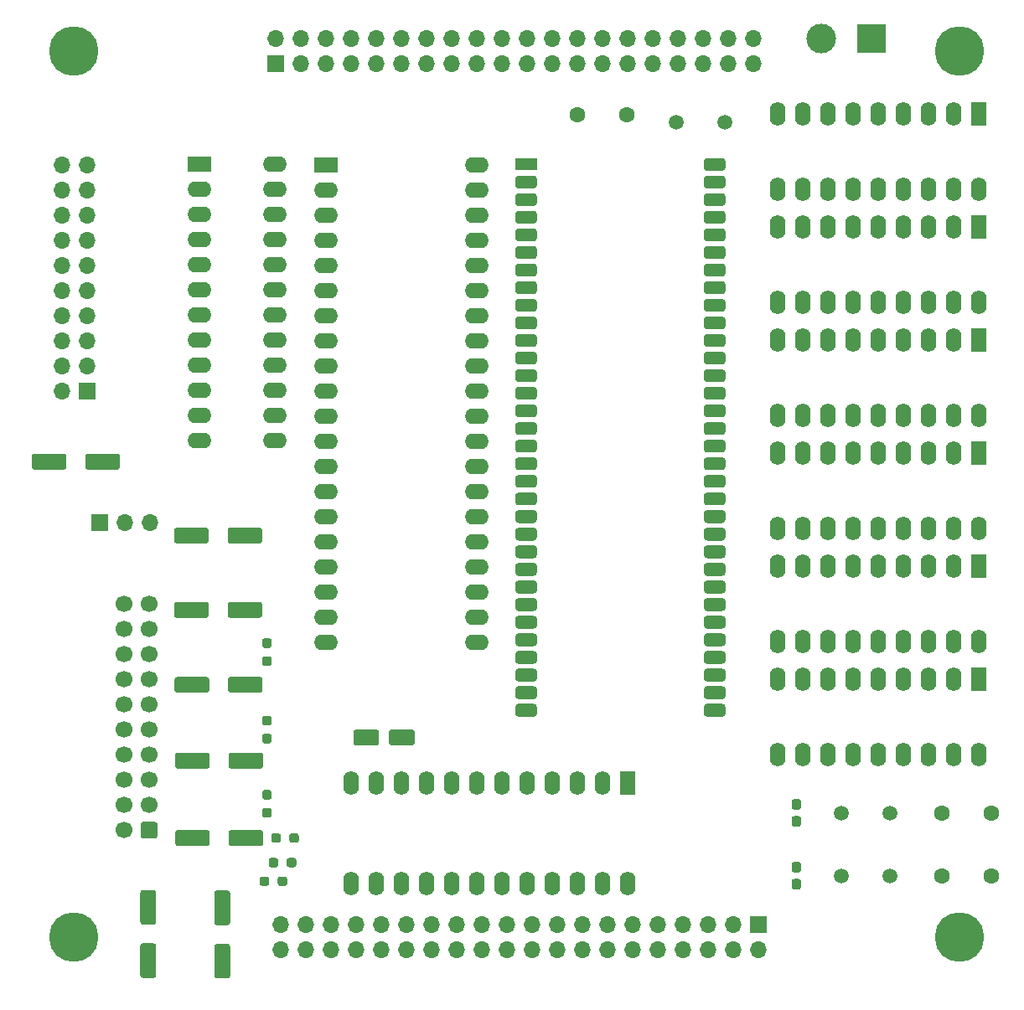
<source format=gbr>
G04 #@! TF.GenerationSoftware,KiCad,Pcbnew,(5.1.8)-1*
G04 #@! TF.CreationDate,2020-12-25T10:48:06+01:00*
G04 #@! TF.ProjectId,VDP-Composite,5644502d-436f-46d7-906f-736974652e6b,v1.0*
G04 #@! TF.SameCoordinates,Original*
G04 #@! TF.FileFunction,Soldermask,Top*
G04 #@! TF.FilePolarity,Negative*
%FSLAX46Y46*%
G04 Gerber Fmt 4.6, Leading zero omitted, Abs format (unit mm)*
G04 Created by KiCad (PCBNEW (5.1.8)-1) date 2020-12-25 10:48:06*
%MOMM*%
%LPD*%
G01*
G04 APERTURE LIST*
%ADD10C,1.600000*%
%ADD11R,2.200000X1.300000*%
%ADD12R,1.600000X2.400000*%
%ADD13O,1.600000X2.400000*%
%ADD14C,5.000000*%
%ADD15R,1.700000X1.700000*%
%ADD16O,1.700000X1.700000*%
%ADD17R,3.000000X3.000000*%
%ADD18C,3.000000*%
%ADD19C,1.700000*%
%ADD20R,2.400000X1.600000*%
%ADD21O,2.400000X1.600000*%
%ADD22C,1.500000*%
G04 APERTURE END LIST*
G36*
G01*
X71205100Y-217173000D02*
X70730100Y-217173000D01*
G75*
G02*
X70492600Y-216935500I0J237500D01*
G01*
X70492600Y-216435500D01*
G75*
G02*
X70730100Y-216198000I237500J0D01*
G01*
X71205100Y-216198000D01*
G75*
G02*
X71442600Y-216435500I0J-237500D01*
G01*
X71442600Y-216935500D01*
G75*
G02*
X71205100Y-217173000I-237500J0D01*
G01*
G37*
G36*
G01*
X71205100Y-215348000D02*
X70730100Y-215348000D01*
G75*
G02*
X70492600Y-215110500I0J237500D01*
G01*
X70492600Y-214610500D01*
G75*
G02*
X70730100Y-214373000I237500J0D01*
G01*
X71205100Y-214373000D01*
G75*
G02*
X71442600Y-214610500I0J-237500D01*
G01*
X71442600Y-215110500D01*
G75*
G02*
X71205100Y-215348000I-237500J0D01*
G01*
G37*
D10*
X102365800Y-146075400D03*
X107365800Y-146075400D03*
D11*
X97155000Y-151130000D03*
G36*
G01*
X96055000Y-153235000D02*
X96055000Y-152585000D01*
G75*
G02*
X96380000Y-152260000I325000J0D01*
G01*
X97930000Y-152260000D01*
G75*
G02*
X98255000Y-152585000I0J-325000D01*
G01*
X98255000Y-153235000D01*
G75*
G02*
X97930000Y-153560000I-325000J0D01*
G01*
X96380000Y-153560000D01*
G75*
G02*
X96055000Y-153235000I0J325000D01*
G01*
G37*
G36*
G01*
X96055000Y-155015000D02*
X96055000Y-154365000D01*
G75*
G02*
X96380000Y-154040000I325000J0D01*
G01*
X97930000Y-154040000D01*
G75*
G02*
X98255000Y-154365000I0J-325000D01*
G01*
X98255000Y-155015000D01*
G75*
G02*
X97930000Y-155340000I-325000J0D01*
G01*
X96380000Y-155340000D01*
G75*
G02*
X96055000Y-155015000I0J325000D01*
G01*
G37*
G36*
G01*
X96055000Y-156795000D02*
X96055000Y-156145000D01*
G75*
G02*
X96380000Y-155820000I325000J0D01*
G01*
X97930000Y-155820000D01*
G75*
G02*
X98255000Y-156145000I0J-325000D01*
G01*
X98255000Y-156795000D01*
G75*
G02*
X97930000Y-157120000I-325000J0D01*
G01*
X96380000Y-157120000D01*
G75*
G02*
X96055000Y-156795000I0J325000D01*
G01*
G37*
G36*
G01*
X96055000Y-158575000D02*
X96055000Y-157925000D01*
G75*
G02*
X96380000Y-157600000I325000J0D01*
G01*
X97930000Y-157600000D01*
G75*
G02*
X98255000Y-157925000I0J-325000D01*
G01*
X98255000Y-158575000D01*
G75*
G02*
X97930000Y-158900000I-325000J0D01*
G01*
X96380000Y-158900000D01*
G75*
G02*
X96055000Y-158575000I0J325000D01*
G01*
G37*
G36*
G01*
X96055000Y-160355000D02*
X96055000Y-159705000D01*
G75*
G02*
X96380000Y-159380000I325000J0D01*
G01*
X97930000Y-159380000D01*
G75*
G02*
X98255000Y-159705000I0J-325000D01*
G01*
X98255000Y-160355000D01*
G75*
G02*
X97930000Y-160680000I-325000J0D01*
G01*
X96380000Y-160680000D01*
G75*
G02*
X96055000Y-160355000I0J325000D01*
G01*
G37*
G36*
G01*
X96055000Y-162135000D02*
X96055000Y-161485000D01*
G75*
G02*
X96380000Y-161160000I325000J0D01*
G01*
X97930000Y-161160000D01*
G75*
G02*
X98255000Y-161485000I0J-325000D01*
G01*
X98255000Y-162135000D01*
G75*
G02*
X97930000Y-162460000I-325000J0D01*
G01*
X96380000Y-162460000D01*
G75*
G02*
X96055000Y-162135000I0J325000D01*
G01*
G37*
G36*
G01*
X96055000Y-163915000D02*
X96055000Y-163265000D01*
G75*
G02*
X96380000Y-162940000I325000J0D01*
G01*
X97930000Y-162940000D01*
G75*
G02*
X98255000Y-163265000I0J-325000D01*
G01*
X98255000Y-163915000D01*
G75*
G02*
X97930000Y-164240000I-325000J0D01*
G01*
X96380000Y-164240000D01*
G75*
G02*
X96055000Y-163915000I0J325000D01*
G01*
G37*
G36*
G01*
X96055000Y-165695000D02*
X96055000Y-165045000D01*
G75*
G02*
X96380000Y-164720000I325000J0D01*
G01*
X97930000Y-164720000D01*
G75*
G02*
X98255000Y-165045000I0J-325000D01*
G01*
X98255000Y-165695000D01*
G75*
G02*
X97930000Y-166020000I-325000J0D01*
G01*
X96380000Y-166020000D01*
G75*
G02*
X96055000Y-165695000I0J325000D01*
G01*
G37*
G36*
G01*
X96055000Y-167475000D02*
X96055000Y-166825000D01*
G75*
G02*
X96380000Y-166500000I325000J0D01*
G01*
X97930000Y-166500000D01*
G75*
G02*
X98255000Y-166825000I0J-325000D01*
G01*
X98255000Y-167475000D01*
G75*
G02*
X97930000Y-167800000I-325000J0D01*
G01*
X96380000Y-167800000D01*
G75*
G02*
X96055000Y-167475000I0J325000D01*
G01*
G37*
G36*
G01*
X96055000Y-169255000D02*
X96055000Y-168605000D01*
G75*
G02*
X96380000Y-168280000I325000J0D01*
G01*
X97930000Y-168280000D01*
G75*
G02*
X98255000Y-168605000I0J-325000D01*
G01*
X98255000Y-169255000D01*
G75*
G02*
X97930000Y-169580000I-325000J0D01*
G01*
X96380000Y-169580000D01*
G75*
G02*
X96055000Y-169255000I0J325000D01*
G01*
G37*
G36*
G01*
X96055000Y-171035000D02*
X96055000Y-170385000D01*
G75*
G02*
X96380000Y-170060000I325000J0D01*
G01*
X97930000Y-170060000D01*
G75*
G02*
X98255000Y-170385000I0J-325000D01*
G01*
X98255000Y-171035000D01*
G75*
G02*
X97930000Y-171360000I-325000J0D01*
G01*
X96380000Y-171360000D01*
G75*
G02*
X96055000Y-171035000I0J325000D01*
G01*
G37*
G36*
G01*
X96055000Y-172815000D02*
X96055000Y-172165000D01*
G75*
G02*
X96380000Y-171840000I325000J0D01*
G01*
X97930000Y-171840000D01*
G75*
G02*
X98255000Y-172165000I0J-325000D01*
G01*
X98255000Y-172815000D01*
G75*
G02*
X97930000Y-173140000I-325000J0D01*
G01*
X96380000Y-173140000D01*
G75*
G02*
X96055000Y-172815000I0J325000D01*
G01*
G37*
G36*
G01*
X96055000Y-174595000D02*
X96055000Y-173945000D01*
G75*
G02*
X96380000Y-173620000I325000J0D01*
G01*
X97930000Y-173620000D01*
G75*
G02*
X98255000Y-173945000I0J-325000D01*
G01*
X98255000Y-174595000D01*
G75*
G02*
X97930000Y-174920000I-325000J0D01*
G01*
X96380000Y-174920000D01*
G75*
G02*
X96055000Y-174595000I0J325000D01*
G01*
G37*
G36*
G01*
X96055000Y-176375000D02*
X96055000Y-175725000D01*
G75*
G02*
X96380000Y-175400000I325000J0D01*
G01*
X97930000Y-175400000D01*
G75*
G02*
X98255000Y-175725000I0J-325000D01*
G01*
X98255000Y-176375000D01*
G75*
G02*
X97930000Y-176700000I-325000J0D01*
G01*
X96380000Y-176700000D01*
G75*
G02*
X96055000Y-176375000I0J325000D01*
G01*
G37*
G36*
G01*
X96055000Y-178155000D02*
X96055000Y-177505000D01*
G75*
G02*
X96380000Y-177180000I325000J0D01*
G01*
X97930000Y-177180000D01*
G75*
G02*
X98255000Y-177505000I0J-325000D01*
G01*
X98255000Y-178155000D01*
G75*
G02*
X97930000Y-178480000I-325000J0D01*
G01*
X96380000Y-178480000D01*
G75*
G02*
X96055000Y-178155000I0J325000D01*
G01*
G37*
G36*
G01*
X96055000Y-179935000D02*
X96055000Y-179285000D01*
G75*
G02*
X96380000Y-178960000I325000J0D01*
G01*
X97930000Y-178960000D01*
G75*
G02*
X98255000Y-179285000I0J-325000D01*
G01*
X98255000Y-179935000D01*
G75*
G02*
X97930000Y-180260000I-325000J0D01*
G01*
X96380000Y-180260000D01*
G75*
G02*
X96055000Y-179935000I0J325000D01*
G01*
G37*
G36*
G01*
X96055000Y-181715000D02*
X96055000Y-181065000D01*
G75*
G02*
X96380000Y-180740000I325000J0D01*
G01*
X97930000Y-180740000D01*
G75*
G02*
X98255000Y-181065000I0J-325000D01*
G01*
X98255000Y-181715000D01*
G75*
G02*
X97930000Y-182040000I-325000J0D01*
G01*
X96380000Y-182040000D01*
G75*
G02*
X96055000Y-181715000I0J325000D01*
G01*
G37*
G36*
G01*
X96055000Y-183495000D02*
X96055000Y-182845000D01*
G75*
G02*
X96380000Y-182520000I325000J0D01*
G01*
X97930000Y-182520000D01*
G75*
G02*
X98255000Y-182845000I0J-325000D01*
G01*
X98255000Y-183495000D01*
G75*
G02*
X97930000Y-183820000I-325000J0D01*
G01*
X96380000Y-183820000D01*
G75*
G02*
X96055000Y-183495000I0J325000D01*
G01*
G37*
G36*
G01*
X96055000Y-185275000D02*
X96055000Y-184625000D01*
G75*
G02*
X96380000Y-184300000I325000J0D01*
G01*
X97930000Y-184300000D01*
G75*
G02*
X98255000Y-184625000I0J-325000D01*
G01*
X98255000Y-185275000D01*
G75*
G02*
X97930000Y-185600000I-325000J0D01*
G01*
X96380000Y-185600000D01*
G75*
G02*
X96055000Y-185275000I0J325000D01*
G01*
G37*
G36*
G01*
X96055000Y-187055000D02*
X96055000Y-186405000D01*
G75*
G02*
X96380000Y-186080000I325000J0D01*
G01*
X97930000Y-186080000D01*
G75*
G02*
X98255000Y-186405000I0J-325000D01*
G01*
X98255000Y-187055000D01*
G75*
G02*
X97930000Y-187380000I-325000J0D01*
G01*
X96380000Y-187380000D01*
G75*
G02*
X96055000Y-187055000I0J325000D01*
G01*
G37*
G36*
G01*
X96055000Y-188835000D02*
X96055000Y-188185000D01*
G75*
G02*
X96380000Y-187860000I325000J0D01*
G01*
X97930000Y-187860000D01*
G75*
G02*
X98255000Y-188185000I0J-325000D01*
G01*
X98255000Y-188835000D01*
G75*
G02*
X97930000Y-189160000I-325000J0D01*
G01*
X96380000Y-189160000D01*
G75*
G02*
X96055000Y-188835000I0J325000D01*
G01*
G37*
G36*
G01*
X96055000Y-190615000D02*
X96055000Y-189965000D01*
G75*
G02*
X96380000Y-189640000I325000J0D01*
G01*
X97930000Y-189640000D01*
G75*
G02*
X98255000Y-189965000I0J-325000D01*
G01*
X98255000Y-190615000D01*
G75*
G02*
X97930000Y-190940000I-325000J0D01*
G01*
X96380000Y-190940000D01*
G75*
G02*
X96055000Y-190615000I0J325000D01*
G01*
G37*
G36*
G01*
X96055000Y-192395000D02*
X96055000Y-191745000D01*
G75*
G02*
X96380000Y-191420000I325000J0D01*
G01*
X97930000Y-191420000D01*
G75*
G02*
X98255000Y-191745000I0J-325000D01*
G01*
X98255000Y-192395000D01*
G75*
G02*
X97930000Y-192720000I-325000J0D01*
G01*
X96380000Y-192720000D01*
G75*
G02*
X96055000Y-192395000I0J325000D01*
G01*
G37*
G36*
G01*
X96055000Y-194175000D02*
X96055000Y-193525000D01*
G75*
G02*
X96380000Y-193200000I325000J0D01*
G01*
X97930000Y-193200000D01*
G75*
G02*
X98255000Y-193525000I0J-325000D01*
G01*
X98255000Y-194175000D01*
G75*
G02*
X97930000Y-194500000I-325000J0D01*
G01*
X96380000Y-194500000D01*
G75*
G02*
X96055000Y-194175000I0J325000D01*
G01*
G37*
G36*
G01*
X96055000Y-195955000D02*
X96055000Y-195305000D01*
G75*
G02*
X96380000Y-194980000I325000J0D01*
G01*
X97930000Y-194980000D01*
G75*
G02*
X98255000Y-195305000I0J-325000D01*
G01*
X98255000Y-195955000D01*
G75*
G02*
X97930000Y-196280000I-325000J0D01*
G01*
X96380000Y-196280000D01*
G75*
G02*
X96055000Y-195955000I0J325000D01*
G01*
G37*
G36*
G01*
X96055000Y-197735000D02*
X96055000Y-197085000D01*
G75*
G02*
X96380000Y-196760000I325000J0D01*
G01*
X97930000Y-196760000D01*
G75*
G02*
X98255000Y-197085000I0J-325000D01*
G01*
X98255000Y-197735000D01*
G75*
G02*
X97930000Y-198060000I-325000J0D01*
G01*
X96380000Y-198060000D01*
G75*
G02*
X96055000Y-197735000I0J325000D01*
G01*
G37*
G36*
G01*
X96055000Y-199515000D02*
X96055000Y-198865000D01*
G75*
G02*
X96380000Y-198540000I325000J0D01*
G01*
X97930000Y-198540000D01*
G75*
G02*
X98255000Y-198865000I0J-325000D01*
G01*
X98255000Y-199515000D01*
G75*
G02*
X97930000Y-199840000I-325000J0D01*
G01*
X96380000Y-199840000D01*
G75*
G02*
X96055000Y-199515000I0J325000D01*
G01*
G37*
G36*
G01*
X96055000Y-201295000D02*
X96055000Y-200645000D01*
G75*
G02*
X96380000Y-200320000I325000J0D01*
G01*
X97930000Y-200320000D01*
G75*
G02*
X98255000Y-200645000I0J-325000D01*
G01*
X98255000Y-201295000D01*
G75*
G02*
X97930000Y-201620000I-325000J0D01*
G01*
X96380000Y-201620000D01*
G75*
G02*
X96055000Y-201295000I0J325000D01*
G01*
G37*
G36*
G01*
X96055000Y-203075000D02*
X96055000Y-202425000D01*
G75*
G02*
X96380000Y-202100000I325000J0D01*
G01*
X97930000Y-202100000D01*
G75*
G02*
X98255000Y-202425000I0J-325000D01*
G01*
X98255000Y-203075000D01*
G75*
G02*
X97930000Y-203400000I-325000J0D01*
G01*
X96380000Y-203400000D01*
G75*
G02*
X96055000Y-203075000I0J325000D01*
G01*
G37*
G36*
G01*
X96055000Y-204855000D02*
X96055000Y-204205000D01*
G75*
G02*
X96380000Y-203880000I325000J0D01*
G01*
X97930000Y-203880000D01*
G75*
G02*
X98255000Y-204205000I0J-325000D01*
G01*
X98255000Y-204855000D01*
G75*
G02*
X97930000Y-205180000I-325000J0D01*
G01*
X96380000Y-205180000D01*
G75*
G02*
X96055000Y-204855000I0J325000D01*
G01*
G37*
G36*
G01*
X96055000Y-206635000D02*
X96055000Y-205985000D01*
G75*
G02*
X96380000Y-205660000I325000J0D01*
G01*
X97930000Y-205660000D01*
G75*
G02*
X98255000Y-205985000I0J-325000D01*
G01*
X98255000Y-206635000D01*
G75*
G02*
X97930000Y-206960000I-325000J0D01*
G01*
X96380000Y-206960000D01*
G75*
G02*
X96055000Y-206635000I0J325000D01*
G01*
G37*
G36*
G01*
X115105000Y-151455000D02*
X115105000Y-150805000D01*
G75*
G02*
X115430000Y-150480000I325000J0D01*
G01*
X116980000Y-150480000D01*
G75*
G02*
X117305000Y-150805000I0J-325000D01*
G01*
X117305000Y-151455000D01*
G75*
G02*
X116980000Y-151780000I-325000J0D01*
G01*
X115430000Y-151780000D01*
G75*
G02*
X115105000Y-151455000I0J325000D01*
G01*
G37*
G36*
G01*
X115105000Y-153235000D02*
X115105000Y-152585000D01*
G75*
G02*
X115430000Y-152260000I325000J0D01*
G01*
X116980000Y-152260000D01*
G75*
G02*
X117305000Y-152585000I0J-325000D01*
G01*
X117305000Y-153235000D01*
G75*
G02*
X116980000Y-153560000I-325000J0D01*
G01*
X115430000Y-153560000D01*
G75*
G02*
X115105000Y-153235000I0J325000D01*
G01*
G37*
G36*
G01*
X115105000Y-155015000D02*
X115105000Y-154365000D01*
G75*
G02*
X115430000Y-154040000I325000J0D01*
G01*
X116980000Y-154040000D01*
G75*
G02*
X117305000Y-154365000I0J-325000D01*
G01*
X117305000Y-155015000D01*
G75*
G02*
X116980000Y-155340000I-325000J0D01*
G01*
X115430000Y-155340000D01*
G75*
G02*
X115105000Y-155015000I0J325000D01*
G01*
G37*
G36*
G01*
X115105000Y-156795000D02*
X115105000Y-156145000D01*
G75*
G02*
X115430000Y-155820000I325000J0D01*
G01*
X116980000Y-155820000D01*
G75*
G02*
X117305000Y-156145000I0J-325000D01*
G01*
X117305000Y-156795000D01*
G75*
G02*
X116980000Y-157120000I-325000J0D01*
G01*
X115430000Y-157120000D01*
G75*
G02*
X115105000Y-156795000I0J325000D01*
G01*
G37*
G36*
G01*
X115105000Y-158575000D02*
X115105000Y-157925000D01*
G75*
G02*
X115430000Y-157600000I325000J0D01*
G01*
X116980000Y-157600000D01*
G75*
G02*
X117305000Y-157925000I0J-325000D01*
G01*
X117305000Y-158575000D01*
G75*
G02*
X116980000Y-158900000I-325000J0D01*
G01*
X115430000Y-158900000D01*
G75*
G02*
X115105000Y-158575000I0J325000D01*
G01*
G37*
G36*
G01*
X115105000Y-160355000D02*
X115105000Y-159705000D01*
G75*
G02*
X115430000Y-159380000I325000J0D01*
G01*
X116980000Y-159380000D01*
G75*
G02*
X117305000Y-159705000I0J-325000D01*
G01*
X117305000Y-160355000D01*
G75*
G02*
X116980000Y-160680000I-325000J0D01*
G01*
X115430000Y-160680000D01*
G75*
G02*
X115105000Y-160355000I0J325000D01*
G01*
G37*
G36*
G01*
X115105000Y-162135000D02*
X115105000Y-161485000D01*
G75*
G02*
X115430000Y-161160000I325000J0D01*
G01*
X116980000Y-161160000D01*
G75*
G02*
X117305000Y-161485000I0J-325000D01*
G01*
X117305000Y-162135000D01*
G75*
G02*
X116980000Y-162460000I-325000J0D01*
G01*
X115430000Y-162460000D01*
G75*
G02*
X115105000Y-162135000I0J325000D01*
G01*
G37*
G36*
G01*
X115105000Y-163915000D02*
X115105000Y-163265000D01*
G75*
G02*
X115430000Y-162940000I325000J0D01*
G01*
X116980000Y-162940000D01*
G75*
G02*
X117305000Y-163265000I0J-325000D01*
G01*
X117305000Y-163915000D01*
G75*
G02*
X116980000Y-164240000I-325000J0D01*
G01*
X115430000Y-164240000D01*
G75*
G02*
X115105000Y-163915000I0J325000D01*
G01*
G37*
G36*
G01*
X115105000Y-165695000D02*
X115105000Y-165045000D01*
G75*
G02*
X115430000Y-164720000I325000J0D01*
G01*
X116980000Y-164720000D01*
G75*
G02*
X117305000Y-165045000I0J-325000D01*
G01*
X117305000Y-165695000D01*
G75*
G02*
X116980000Y-166020000I-325000J0D01*
G01*
X115430000Y-166020000D01*
G75*
G02*
X115105000Y-165695000I0J325000D01*
G01*
G37*
G36*
G01*
X115105000Y-167475000D02*
X115105000Y-166825000D01*
G75*
G02*
X115430000Y-166500000I325000J0D01*
G01*
X116980000Y-166500000D01*
G75*
G02*
X117305000Y-166825000I0J-325000D01*
G01*
X117305000Y-167475000D01*
G75*
G02*
X116980000Y-167800000I-325000J0D01*
G01*
X115430000Y-167800000D01*
G75*
G02*
X115105000Y-167475000I0J325000D01*
G01*
G37*
G36*
G01*
X115105000Y-169255000D02*
X115105000Y-168605000D01*
G75*
G02*
X115430000Y-168280000I325000J0D01*
G01*
X116980000Y-168280000D01*
G75*
G02*
X117305000Y-168605000I0J-325000D01*
G01*
X117305000Y-169255000D01*
G75*
G02*
X116980000Y-169580000I-325000J0D01*
G01*
X115430000Y-169580000D01*
G75*
G02*
X115105000Y-169255000I0J325000D01*
G01*
G37*
G36*
G01*
X115105000Y-171035000D02*
X115105000Y-170385000D01*
G75*
G02*
X115430000Y-170060000I325000J0D01*
G01*
X116980000Y-170060000D01*
G75*
G02*
X117305000Y-170385000I0J-325000D01*
G01*
X117305000Y-171035000D01*
G75*
G02*
X116980000Y-171360000I-325000J0D01*
G01*
X115430000Y-171360000D01*
G75*
G02*
X115105000Y-171035000I0J325000D01*
G01*
G37*
G36*
G01*
X115105000Y-172815000D02*
X115105000Y-172165000D01*
G75*
G02*
X115430000Y-171840000I325000J0D01*
G01*
X116980000Y-171840000D01*
G75*
G02*
X117305000Y-172165000I0J-325000D01*
G01*
X117305000Y-172815000D01*
G75*
G02*
X116980000Y-173140000I-325000J0D01*
G01*
X115430000Y-173140000D01*
G75*
G02*
X115105000Y-172815000I0J325000D01*
G01*
G37*
G36*
G01*
X115105000Y-174595000D02*
X115105000Y-173945000D01*
G75*
G02*
X115430000Y-173620000I325000J0D01*
G01*
X116980000Y-173620000D01*
G75*
G02*
X117305000Y-173945000I0J-325000D01*
G01*
X117305000Y-174595000D01*
G75*
G02*
X116980000Y-174920000I-325000J0D01*
G01*
X115430000Y-174920000D01*
G75*
G02*
X115105000Y-174595000I0J325000D01*
G01*
G37*
G36*
G01*
X115105000Y-176375000D02*
X115105000Y-175725000D01*
G75*
G02*
X115430000Y-175400000I325000J0D01*
G01*
X116980000Y-175400000D01*
G75*
G02*
X117305000Y-175725000I0J-325000D01*
G01*
X117305000Y-176375000D01*
G75*
G02*
X116980000Y-176700000I-325000J0D01*
G01*
X115430000Y-176700000D01*
G75*
G02*
X115105000Y-176375000I0J325000D01*
G01*
G37*
G36*
G01*
X115105000Y-178155000D02*
X115105000Y-177505000D01*
G75*
G02*
X115430000Y-177180000I325000J0D01*
G01*
X116980000Y-177180000D01*
G75*
G02*
X117305000Y-177505000I0J-325000D01*
G01*
X117305000Y-178155000D01*
G75*
G02*
X116980000Y-178480000I-325000J0D01*
G01*
X115430000Y-178480000D01*
G75*
G02*
X115105000Y-178155000I0J325000D01*
G01*
G37*
G36*
G01*
X115105000Y-179935000D02*
X115105000Y-179285000D01*
G75*
G02*
X115430000Y-178960000I325000J0D01*
G01*
X116980000Y-178960000D01*
G75*
G02*
X117305000Y-179285000I0J-325000D01*
G01*
X117305000Y-179935000D01*
G75*
G02*
X116980000Y-180260000I-325000J0D01*
G01*
X115430000Y-180260000D01*
G75*
G02*
X115105000Y-179935000I0J325000D01*
G01*
G37*
G36*
G01*
X115105000Y-181715000D02*
X115105000Y-181065000D01*
G75*
G02*
X115430000Y-180740000I325000J0D01*
G01*
X116980000Y-180740000D01*
G75*
G02*
X117305000Y-181065000I0J-325000D01*
G01*
X117305000Y-181715000D01*
G75*
G02*
X116980000Y-182040000I-325000J0D01*
G01*
X115430000Y-182040000D01*
G75*
G02*
X115105000Y-181715000I0J325000D01*
G01*
G37*
G36*
G01*
X115105000Y-183495000D02*
X115105000Y-182845000D01*
G75*
G02*
X115430000Y-182520000I325000J0D01*
G01*
X116980000Y-182520000D01*
G75*
G02*
X117305000Y-182845000I0J-325000D01*
G01*
X117305000Y-183495000D01*
G75*
G02*
X116980000Y-183820000I-325000J0D01*
G01*
X115430000Y-183820000D01*
G75*
G02*
X115105000Y-183495000I0J325000D01*
G01*
G37*
G36*
G01*
X115105000Y-185275000D02*
X115105000Y-184625000D01*
G75*
G02*
X115430000Y-184300000I325000J0D01*
G01*
X116980000Y-184300000D01*
G75*
G02*
X117305000Y-184625000I0J-325000D01*
G01*
X117305000Y-185275000D01*
G75*
G02*
X116980000Y-185600000I-325000J0D01*
G01*
X115430000Y-185600000D01*
G75*
G02*
X115105000Y-185275000I0J325000D01*
G01*
G37*
G36*
G01*
X115105000Y-187055000D02*
X115105000Y-186405000D01*
G75*
G02*
X115430000Y-186080000I325000J0D01*
G01*
X116980000Y-186080000D01*
G75*
G02*
X117305000Y-186405000I0J-325000D01*
G01*
X117305000Y-187055000D01*
G75*
G02*
X116980000Y-187380000I-325000J0D01*
G01*
X115430000Y-187380000D01*
G75*
G02*
X115105000Y-187055000I0J325000D01*
G01*
G37*
G36*
G01*
X115105000Y-188835000D02*
X115105000Y-188185000D01*
G75*
G02*
X115430000Y-187860000I325000J0D01*
G01*
X116980000Y-187860000D01*
G75*
G02*
X117305000Y-188185000I0J-325000D01*
G01*
X117305000Y-188835000D01*
G75*
G02*
X116980000Y-189160000I-325000J0D01*
G01*
X115430000Y-189160000D01*
G75*
G02*
X115105000Y-188835000I0J325000D01*
G01*
G37*
G36*
G01*
X115105000Y-190615000D02*
X115105000Y-189965000D01*
G75*
G02*
X115430000Y-189640000I325000J0D01*
G01*
X116980000Y-189640000D01*
G75*
G02*
X117305000Y-189965000I0J-325000D01*
G01*
X117305000Y-190615000D01*
G75*
G02*
X116980000Y-190940000I-325000J0D01*
G01*
X115430000Y-190940000D01*
G75*
G02*
X115105000Y-190615000I0J325000D01*
G01*
G37*
G36*
G01*
X115105000Y-192395000D02*
X115105000Y-191745000D01*
G75*
G02*
X115430000Y-191420000I325000J0D01*
G01*
X116980000Y-191420000D01*
G75*
G02*
X117305000Y-191745000I0J-325000D01*
G01*
X117305000Y-192395000D01*
G75*
G02*
X116980000Y-192720000I-325000J0D01*
G01*
X115430000Y-192720000D01*
G75*
G02*
X115105000Y-192395000I0J325000D01*
G01*
G37*
G36*
G01*
X115105000Y-194175000D02*
X115105000Y-193525000D01*
G75*
G02*
X115430000Y-193200000I325000J0D01*
G01*
X116980000Y-193200000D01*
G75*
G02*
X117305000Y-193525000I0J-325000D01*
G01*
X117305000Y-194175000D01*
G75*
G02*
X116980000Y-194500000I-325000J0D01*
G01*
X115430000Y-194500000D01*
G75*
G02*
X115105000Y-194175000I0J325000D01*
G01*
G37*
G36*
G01*
X115105000Y-195955000D02*
X115105000Y-195305000D01*
G75*
G02*
X115430000Y-194980000I325000J0D01*
G01*
X116980000Y-194980000D01*
G75*
G02*
X117305000Y-195305000I0J-325000D01*
G01*
X117305000Y-195955000D01*
G75*
G02*
X116980000Y-196280000I-325000J0D01*
G01*
X115430000Y-196280000D01*
G75*
G02*
X115105000Y-195955000I0J325000D01*
G01*
G37*
G36*
G01*
X115105000Y-197735000D02*
X115105000Y-197085000D01*
G75*
G02*
X115430000Y-196760000I325000J0D01*
G01*
X116980000Y-196760000D01*
G75*
G02*
X117305000Y-197085000I0J-325000D01*
G01*
X117305000Y-197735000D01*
G75*
G02*
X116980000Y-198060000I-325000J0D01*
G01*
X115430000Y-198060000D01*
G75*
G02*
X115105000Y-197735000I0J325000D01*
G01*
G37*
G36*
G01*
X115105000Y-199515000D02*
X115105000Y-198865000D01*
G75*
G02*
X115430000Y-198540000I325000J0D01*
G01*
X116980000Y-198540000D01*
G75*
G02*
X117305000Y-198865000I0J-325000D01*
G01*
X117305000Y-199515000D01*
G75*
G02*
X116980000Y-199840000I-325000J0D01*
G01*
X115430000Y-199840000D01*
G75*
G02*
X115105000Y-199515000I0J325000D01*
G01*
G37*
G36*
G01*
X115105000Y-201295000D02*
X115105000Y-200645000D01*
G75*
G02*
X115430000Y-200320000I325000J0D01*
G01*
X116980000Y-200320000D01*
G75*
G02*
X117305000Y-200645000I0J-325000D01*
G01*
X117305000Y-201295000D01*
G75*
G02*
X116980000Y-201620000I-325000J0D01*
G01*
X115430000Y-201620000D01*
G75*
G02*
X115105000Y-201295000I0J325000D01*
G01*
G37*
G36*
G01*
X115105000Y-203075000D02*
X115105000Y-202425000D01*
G75*
G02*
X115430000Y-202100000I325000J0D01*
G01*
X116980000Y-202100000D01*
G75*
G02*
X117305000Y-202425000I0J-325000D01*
G01*
X117305000Y-203075000D01*
G75*
G02*
X116980000Y-203400000I-325000J0D01*
G01*
X115430000Y-203400000D01*
G75*
G02*
X115105000Y-203075000I0J325000D01*
G01*
G37*
G36*
G01*
X115105000Y-204855000D02*
X115105000Y-204205000D01*
G75*
G02*
X115430000Y-203880000I325000J0D01*
G01*
X116980000Y-203880000D01*
G75*
G02*
X117305000Y-204205000I0J-325000D01*
G01*
X117305000Y-204855000D01*
G75*
G02*
X116980000Y-205180000I-325000J0D01*
G01*
X115430000Y-205180000D01*
G75*
G02*
X115105000Y-204855000I0J325000D01*
G01*
G37*
G36*
G01*
X115105000Y-206635000D02*
X115105000Y-205985000D01*
G75*
G02*
X115430000Y-205660000I325000J0D01*
G01*
X116980000Y-205660000D01*
G75*
G02*
X117305000Y-205985000I0J-325000D01*
G01*
X117305000Y-206635000D01*
G75*
G02*
X116980000Y-206960000I-325000J0D01*
G01*
X115430000Y-206960000D01*
G75*
G02*
X115105000Y-206635000I0J325000D01*
G01*
G37*
D12*
X142875000Y-146050000D03*
D13*
X122555000Y-153670000D03*
X140335000Y-146050000D03*
X125095000Y-153670000D03*
X137795000Y-146050000D03*
X127635000Y-153670000D03*
X135255000Y-146050000D03*
X130175000Y-153670000D03*
X132715000Y-146050000D03*
X132715000Y-153670000D03*
X130175000Y-146050000D03*
X135255000Y-153670000D03*
X127635000Y-146050000D03*
X137795000Y-153670000D03*
X125095000Y-146050000D03*
X140335000Y-153670000D03*
X122555000Y-146050000D03*
X142875000Y-153670000D03*
X142875000Y-165100000D03*
X122555000Y-157480000D03*
X140335000Y-165100000D03*
X125095000Y-157480000D03*
X137795000Y-165100000D03*
X127635000Y-157480000D03*
X135255000Y-165100000D03*
X130175000Y-157480000D03*
X132715000Y-165100000D03*
X132715000Y-157480000D03*
X130175000Y-165100000D03*
X135255000Y-157480000D03*
X127635000Y-165100000D03*
X137795000Y-157480000D03*
X125095000Y-165100000D03*
X140335000Y-157480000D03*
X122555000Y-165100000D03*
D12*
X142875000Y-157480000D03*
D13*
X142875000Y-187960000D03*
X122555000Y-180340000D03*
X140335000Y-187960000D03*
X125095000Y-180340000D03*
X137795000Y-187960000D03*
X127635000Y-180340000D03*
X135255000Y-187960000D03*
X130175000Y-180340000D03*
X132715000Y-187960000D03*
X132715000Y-180340000D03*
X130175000Y-187960000D03*
X135255000Y-180340000D03*
X127635000Y-187960000D03*
X137795000Y-180340000D03*
X125095000Y-187960000D03*
X140335000Y-180340000D03*
X122555000Y-187960000D03*
D12*
X142875000Y-180340000D03*
D13*
X142875000Y-210820000D03*
X122555000Y-203200000D03*
X140335000Y-210820000D03*
X125095000Y-203200000D03*
X137795000Y-210820000D03*
X127635000Y-203200000D03*
X135255000Y-210820000D03*
X130175000Y-203200000D03*
X132715000Y-210820000D03*
X132715000Y-203200000D03*
X130175000Y-210820000D03*
X135255000Y-203200000D03*
X127635000Y-210820000D03*
X137795000Y-203200000D03*
X125095000Y-210820000D03*
X140335000Y-203200000D03*
X122555000Y-210820000D03*
D12*
X142875000Y-203200000D03*
D14*
X140970000Y-139700000D03*
X51435000Y-139700000D03*
X140970000Y-229235000D03*
X51435000Y-229235000D03*
D15*
X120600000Y-228000000D03*
D16*
X120600000Y-230540000D03*
X118060000Y-228000000D03*
X118060000Y-230540000D03*
X115520000Y-228000000D03*
X115520000Y-230540000D03*
X112980000Y-228000000D03*
X112980000Y-230540000D03*
X110440000Y-228000000D03*
X110440000Y-230540000D03*
X107900000Y-228000000D03*
X107900000Y-230540000D03*
X105360000Y-228000000D03*
X105360000Y-230540000D03*
X102820000Y-228000000D03*
X102820000Y-230540000D03*
X100280000Y-228000000D03*
X100280000Y-230540000D03*
X97740000Y-228000000D03*
X97740000Y-230540000D03*
X95200000Y-228000000D03*
X95200000Y-230540000D03*
X92660000Y-228000000D03*
X92660000Y-230540000D03*
X90120000Y-228000000D03*
X90120000Y-230540000D03*
X87580000Y-228000000D03*
X87580000Y-230540000D03*
X85040000Y-228000000D03*
X85040000Y-230540000D03*
X82500000Y-228000000D03*
X82500000Y-230540000D03*
X79960000Y-228000000D03*
X79960000Y-230540000D03*
X77420000Y-228000000D03*
X77420000Y-230540000D03*
X74880000Y-228000000D03*
X74880000Y-230540000D03*
X72340000Y-228000000D03*
X72340000Y-230540000D03*
D17*
X132080000Y-138430000D03*
D18*
X127000000Y-138430000D03*
D12*
X142875000Y-168910000D03*
D13*
X122555000Y-176530000D03*
X140335000Y-168910000D03*
X125095000Y-176530000D03*
X137795000Y-168910000D03*
X127635000Y-176530000D03*
X135255000Y-168910000D03*
X130175000Y-176530000D03*
X132715000Y-168910000D03*
X132715000Y-176530000D03*
X130175000Y-168910000D03*
X135255000Y-176530000D03*
X127635000Y-168910000D03*
X137795000Y-176530000D03*
X125095000Y-168910000D03*
X140335000Y-176530000D03*
X122555000Y-168910000D03*
X142875000Y-176530000D03*
D12*
X142875000Y-191770000D03*
D13*
X122555000Y-199390000D03*
X140335000Y-191770000D03*
X125095000Y-199390000D03*
X137795000Y-191770000D03*
X127635000Y-199390000D03*
X135255000Y-191770000D03*
X130175000Y-199390000D03*
X132715000Y-191770000D03*
X132715000Y-199390000D03*
X130175000Y-191770000D03*
X135255000Y-199390000D03*
X127635000Y-191770000D03*
X137795000Y-199390000D03*
X125095000Y-191770000D03*
X140335000Y-199390000D03*
X122555000Y-191770000D03*
X142875000Y-199390000D03*
D15*
X71882000Y-140970000D03*
D16*
X71882000Y-138430000D03*
X74422000Y-140970000D03*
X74422000Y-138430000D03*
X76962000Y-140970000D03*
X76962000Y-138430000D03*
X79502000Y-140970000D03*
X79502000Y-138430000D03*
X82042000Y-140970000D03*
X82042000Y-138430000D03*
X84582000Y-140970000D03*
X84582000Y-138430000D03*
X87122000Y-140970000D03*
X87122000Y-138430000D03*
X89662000Y-140970000D03*
X89662000Y-138430000D03*
X92202000Y-140970000D03*
X92202000Y-138430000D03*
X94742000Y-140970000D03*
X94742000Y-138430000D03*
X97282000Y-140970000D03*
X97282000Y-138430000D03*
X99822000Y-140970000D03*
X99822000Y-138430000D03*
X102362000Y-140970000D03*
X102362000Y-138430000D03*
X104902000Y-140970000D03*
X104902000Y-138430000D03*
X107442000Y-140970000D03*
X107442000Y-138430000D03*
X109982000Y-140970000D03*
X109982000Y-138430000D03*
X112522000Y-140970000D03*
X112522000Y-138430000D03*
X115062000Y-140970000D03*
X115062000Y-138430000D03*
X117602000Y-140970000D03*
X117602000Y-138430000D03*
X120142000Y-140970000D03*
X120142000Y-138430000D03*
G36*
G01*
X59905000Y-217840000D02*
X59905000Y-219040000D01*
G75*
G02*
X59655000Y-219290000I-250000J0D01*
G01*
X58455000Y-219290000D01*
G75*
G02*
X58205000Y-219040000I0J250000D01*
G01*
X58205000Y-217840000D01*
G75*
G02*
X58455000Y-217590000I250000J0D01*
G01*
X59655000Y-217590000D01*
G75*
G02*
X59905000Y-217840000I0J-250000D01*
G01*
G37*
D19*
X59055000Y-215900000D03*
X59055000Y-213360000D03*
X59055000Y-210820000D03*
X59055000Y-208280000D03*
X59055000Y-205740000D03*
X59055000Y-203200000D03*
X59055000Y-200660000D03*
X59055000Y-198120000D03*
X59055000Y-195580000D03*
X56515000Y-218440000D03*
X56515000Y-215900000D03*
X56515000Y-213360000D03*
X56515000Y-210820000D03*
X56515000Y-208280000D03*
X56515000Y-205740000D03*
X56515000Y-203200000D03*
X56515000Y-200660000D03*
X56515000Y-198120000D03*
X56515000Y-195580000D03*
G36*
G01*
X79704000Y-209617400D02*
X79704000Y-208517400D01*
G75*
G02*
X79954000Y-208267400I250000J0D01*
G01*
X82054000Y-208267400D01*
G75*
G02*
X82304000Y-208517400I0J-250000D01*
G01*
X82304000Y-209617400D01*
G75*
G02*
X82054000Y-209867400I-250000J0D01*
G01*
X79954000Y-209867400D01*
G75*
G02*
X79704000Y-209617400I0J250000D01*
G01*
G37*
G36*
G01*
X83304000Y-209617400D02*
X83304000Y-208517400D01*
G75*
G02*
X83554000Y-208267400I250000J0D01*
G01*
X85654000Y-208267400D01*
G75*
G02*
X85904000Y-208517400I0J-250000D01*
G01*
X85904000Y-209617400D01*
G75*
G02*
X85654000Y-209867400I-250000J0D01*
G01*
X83554000Y-209867400D01*
G75*
G02*
X83304000Y-209617400I0J250000D01*
G01*
G37*
D20*
X64135000Y-151130000D03*
D21*
X71755000Y-179070000D03*
X64135000Y-153670000D03*
X71755000Y-176530000D03*
X64135000Y-156210000D03*
X71755000Y-173990000D03*
X64135000Y-158750000D03*
X71755000Y-171450000D03*
X64135000Y-161290000D03*
X71755000Y-168910000D03*
X64135000Y-163830000D03*
X71755000Y-166370000D03*
X64135000Y-166370000D03*
X71755000Y-163830000D03*
X64135000Y-168910000D03*
X71755000Y-161290000D03*
X64135000Y-171450000D03*
X71755000Y-158750000D03*
X64135000Y-173990000D03*
X71755000Y-156210000D03*
X64135000Y-176530000D03*
X71755000Y-153670000D03*
X64135000Y-179070000D03*
X71755000Y-151130000D03*
D12*
X107442000Y-213639400D03*
D13*
X79502000Y-223799400D03*
X104902000Y-213639400D03*
X82042000Y-223799400D03*
X102362000Y-213639400D03*
X84582000Y-223799400D03*
X99822000Y-213639400D03*
X87122000Y-223799400D03*
X97282000Y-213639400D03*
X89662000Y-223799400D03*
X94742000Y-213639400D03*
X92202000Y-223799400D03*
X92202000Y-213639400D03*
X94742000Y-223799400D03*
X89662000Y-213639400D03*
X97282000Y-223799400D03*
X87122000Y-213639400D03*
X99822000Y-223799400D03*
X84582000Y-213639400D03*
X102362000Y-223799400D03*
X82042000Y-213639400D03*
X104902000Y-223799400D03*
X79502000Y-213639400D03*
X107442000Y-223799400D03*
D15*
X52832000Y-174015400D03*
D16*
X50292000Y-174015400D03*
X52832000Y-171475400D03*
X50292000Y-171475400D03*
X52832000Y-168935400D03*
X50292000Y-168935400D03*
X52832000Y-166395400D03*
X50292000Y-166395400D03*
X52832000Y-163855400D03*
X50292000Y-163855400D03*
X52832000Y-161315400D03*
X50292000Y-161315400D03*
X52832000Y-158775400D03*
X50292000Y-158775400D03*
X52832000Y-156235400D03*
X50292000Y-156235400D03*
X52832000Y-153695400D03*
X50292000Y-153695400D03*
X52832000Y-151155400D03*
X50292000Y-151155400D03*
G36*
G01*
X124697500Y-218087400D02*
X124222500Y-218087400D01*
G75*
G02*
X123985000Y-217849900I0J237500D01*
G01*
X123985000Y-217249900D01*
G75*
G02*
X124222500Y-217012400I237500J0D01*
G01*
X124697500Y-217012400D01*
G75*
G02*
X124935000Y-217249900I0J-237500D01*
G01*
X124935000Y-217849900D01*
G75*
G02*
X124697500Y-218087400I-237500J0D01*
G01*
G37*
G36*
G01*
X124697500Y-216362400D02*
X124222500Y-216362400D01*
G75*
G02*
X123985000Y-216124900I0J237500D01*
G01*
X123985000Y-215524900D01*
G75*
G02*
X124222500Y-215287400I237500J0D01*
G01*
X124697500Y-215287400D01*
G75*
G02*
X124935000Y-215524900I0J-237500D01*
G01*
X124935000Y-216124900D01*
G75*
G02*
X124697500Y-216362400I-237500J0D01*
G01*
G37*
G36*
G01*
X71205100Y-201831400D02*
X70730100Y-201831400D01*
G75*
G02*
X70492600Y-201593900I0J237500D01*
G01*
X70492600Y-201093900D01*
G75*
G02*
X70730100Y-200856400I237500J0D01*
G01*
X71205100Y-200856400D01*
G75*
G02*
X71442600Y-201093900I0J-237500D01*
G01*
X71442600Y-201593900D01*
G75*
G02*
X71205100Y-201831400I-237500J0D01*
G01*
G37*
G36*
G01*
X71205100Y-200006400D02*
X70730100Y-200006400D01*
G75*
G02*
X70492600Y-199768900I0J237500D01*
G01*
X70492600Y-199268900D01*
G75*
G02*
X70730100Y-199031400I237500J0D01*
G01*
X71205100Y-199031400D01*
G75*
G02*
X71442600Y-199268900I0J-237500D01*
G01*
X71442600Y-199768900D01*
G75*
G02*
X71205100Y-200006400I-237500J0D01*
G01*
G37*
G36*
G01*
X71203000Y-223358700D02*
X71203000Y-223833700D01*
G75*
G02*
X70965500Y-224071200I-237500J0D01*
G01*
X70465500Y-224071200D01*
G75*
G02*
X70228000Y-223833700I0J237500D01*
G01*
X70228000Y-223358700D01*
G75*
G02*
X70465500Y-223121200I237500J0D01*
G01*
X70965500Y-223121200D01*
G75*
G02*
X71203000Y-223358700I0J-237500D01*
G01*
G37*
G36*
G01*
X73028000Y-223358700D02*
X73028000Y-223833700D01*
G75*
G02*
X72790500Y-224071200I-237500J0D01*
G01*
X72290500Y-224071200D01*
G75*
G02*
X72053000Y-223833700I0J237500D01*
G01*
X72053000Y-223358700D01*
G75*
G02*
X72290500Y-223121200I237500J0D01*
G01*
X72790500Y-223121200D01*
G75*
G02*
X73028000Y-223358700I0J-237500D01*
G01*
G37*
G36*
G01*
X71205100Y-207829600D02*
X70730100Y-207829600D01*
G75*
G02*
X70492600Y-207592100I0J237500D01*
G01*
X70492600Y-207092100D01*
G75*
G02*
X70730100Y-206854600I237500J0D01*
G01*
X71205100Y-206854600D01*
G75*
G02*
X71442600Y-207092100I0J-237500D01*
G01*
X71442600Y-207592100D01*
G75*
G02*
X71205100Y-207829600I-237500J0D01*
G01*
G37*
G36*
G01*
X71205100Y-209654600D02*
X70730100Y-209654600D01*
G75*
G02*
X70492600Y-209417100I0J237500D01*
G01*
X70492600Y-208917100D01*
G75*
G02*
X70730100Y-208679600I237500J0D01*
G01*
X71205100Y-208679600D01*
G75*
G02*
X71442600Y-208917100I0J-237500D01*
G01*
X71442600Y-209417100D01*
G75*
G02*
X71205100Y-209654600I-237500J0D01*
G01*
G37*
G36*
G01*
X73942400Y-221479100D02*
X73942400Y-221954100D01*
G75*
G02*
X73704900Y-222191600I-237500J0D01*
G01*
X73204900Y-222191600D01*
G75*
G02*
X72967400Y-221954100I0J237500D01*
G01*
X72967400Y-221479100D01*
G75*
G02*
X73204900Y-221241600I237500J0D01*
G01*
X73704900Y-221241600D01*
G75*
G02*
X73942400Y-221479100I0J-237500D01*
G01*
G37*
G36*
G01*
X72117400Y-221479100D02*
X72117400Y-221954100D01*
G75*
G02*
X71879900Y-222191600I-237500J0D01*
G01*
X71379900Y-222191600D01*
G75*
G02*
X71142400Y-221954100I0J237500D01*
G01*
X71142400Y-221479100D01*
G75*
G02*
X71379900Y-221241600I237500J0D01*
G01*
X71879900Y-221241600D01*
G75*
G02*
X72117400Y-221479100I0J-237500D01*
G01*
G37*
G36*
G01*
X72371400Y-218989900D02*
X72371400Y-219464900D01*
G75*
G02*
X72133900Y-219702400I-237500J0D01*
G01*
X71633900Y-219702400D01*
G75*
G02*
X71396400Y-219464900I0J237500D01*
G01*
X71396400Y-218989900D01*
G75*
G02*
X71633900Y-218752400I237500J0D01*
G01*
X72133900Y-218752400D01*
G75*
G02*
X72371400Y-218989900I0J-237500D01*
G01*
G37*
G36*
G01*
X74196400Y-218989900D02*
X74196400Y-219464900D01*
G75*
G02*
X73958900Y-219702400I-237500J0D01*
G01*
X73458900Y-219702400D01*
G75*
G02*
X73221400Y-219464900I0J237500D01*
G01*
X73221400Y-218989900D01*
G75*
G02*
X73458900Y-218752400I237500J0D01*
G01*
X73958900Y-218752400D01*
G75*
G02*
X74196400Y-218989900I0J-237500D01*
G01*
G37*
D20*
X76962000Y-151155400D03*
D21*
X92202000Y-199415400D03*
X76962000Y-153695400D03*
X92202000Y-196875400D03*
X76962000Y-156235400D03*
X92202000Y-194335400D03*
X76962000Y-158775400D03*
X92202000Y-191795400D03*
X76962000Y-161315400D03*
X92202000Y-189255400D03*
X76962000Y-163855400D03*
X92202000Y-186715400D03*
X76962000Y-166395400D03*
X92202000Y-184175400D03*
X76962000Y-168935400D03*
X92202000Y-181635400D03*
X76962000Y-171475400D03*
X92202000Y-179095400D03*
X76962000Y-174015400D03*
X92202000Y-176555400D03*
X76962000Y-176555400D03*
X92202000Y-174015400D03*
X76962000Y-179095400D03*
X92202000Y-171475400D03*
X76962000Y-181635400D03*
X92202000Y-168935400D03*
X76962000Y-184175400D03*
X92202000Y-166395400D03*
X76962000Y-186715400D03*
X92202000Y-163855400D03*
X76962000Y-189255400D03*
X92202000Y-161315400D03*
X76962000Y-191795400D03*
X92202000Y-158775400D03*
X76962000Y-194335400D03*
X92202000Y-156235400D03*
X76962000Y-196875400D03*
X92202000Y-153695400D03*
X76962000Y-199415400D03*
X92202000Y-151155400D03*
D10*
X139192000Y-216687400D03*
X144192000Y-216687400D03*
G36*
G01*
X124697500Y-224437400D02*
X124222500Y-224437400D01*
G75*
G02*
X123985000Y-224199900I0J237500D01*
G01*
X123985000Y-223599900D01*
G75*
G02*
X124222500Y-223362400I237500J0D01*
G01*
X124697500Y-223362400D01*
G75*
G02*
X124935000Y-223599900I0J-237500D01*
G01*
X124935000Y-224199900D01*
G75*
G02*
X124697500Y-224437400I-237500J0D01*
G01*
G37*
G36*
G01*
X124697500Y-222712400D02*
X124222500Y-222712400D01*
G75*
G02*
X123985000Y-222474900I0J237500D01*
G01*
X123985000Y-221874900D01*
G75*
G02*
X124222500Y-221637400I237500J0D01*
G01*
X124697500Y-221637400D01*
G75*
G02*
X124935000Y-221874900I0J-237500D01*
G01*
X124935000Y-222474900D01*
G75*
G02*
X124697500Y-222712400I-237500J0D01*
G01*
G37*
X139192000Y-223037400D03*
X144192000Y-223037400D03*
D22*
X112318800Y-146888200D03*
X117198800Y-146888200D03*
X133912000Y-216687400D03*
X129032000Y-216687400D03*
X129032000Y-223037400D03*
X133912000Y-223037400D03*
G36*
G01*
X70490000Y-195614200D02*
X70490000Y-196714200D01*
G75*
G02*
X70240000Y-196964200I-250000J0D01*
G01*
X67240000Y-196964200D01*
G75*
G02*
X66990000Y-196714200I0J250000D01*
G01*
X66990000Y-195614200D01*
G75*
G02*
X67240000Y-195364200I250000J0D01*
G01*
X70240000Y-195364200D01*
G75*
G02*
X70490000Y-195614200I0J-250000D01*
G01*
G37*
G36*
G01*
X65090000Y-195614200D02*
X65090000Y-196714200D01*
G75*
G02*
X64840000Y-196964200I-250000J0D01*
G01*
X61840000Y-196964200D01*
G75*
G02*
X61590000Y-196714200I0J250000D01*
G01*
X61590000Y-195614200D01*
G75*
G02*
X61840000Y-195364200I250000J0D01*
G01*
X64840000Y-195364200D01*
G75*
G02*
X65090000Y-195614200I0J-250000D01*
G01*
G37*
G36*
G01*
X59528800Y-227980200D02*
X58428800Y-227980200D01*
G75*
G02*
X58178800Y-227730200I0J250000D01*
G01*
X58178800Y-224730200D01*
G75*
G02*
X58428800Y-224480200I250000J0D01*
G01*
X59528800Y-224480200D01*
G75*
G02*
X59778800Y-224730200I0J-250000D01*
G01*
X59778800Y-227730200D01*
G75*
G02*
X59528800Y-227980200I-250000J0D01*
G01*
G37*
G36*
G01*
X59528800Y-233380200D02*
X58428800Y-233380200D01*
G75*
G02*
X58178800Y-233130200I0J250000D01*
G01*
X58178800Y-230130200D01*
G75*
G02*
X58428800Y-229880200I250000J0D01*
G01*
X59528800Y-229880200D01*
G75*
G02*
X59778800Y-230130200I0J-250000D01*
G01*
X59778800Y-233130200D01*
G75*
G02*
X59528800Y-233380200I-250000J0D01*
G01*
G37*
G36*
G01*
X70540800Y-203183400D02*
X70540800Y-204283400D01*
G75*
G02*
X70290800Y-204533400I-250000J0D01*
G01*
X67290800Y-204533400D01*
G75*
G02*
X67040800Y-204283400I0J250000D01*
G01*
X67040800Y-203183400D01*
G75*
G02*
X67290800Y-202933400I250000J0D01*
G01*
X70290800Y-202933400D01*
G75*
G02*
X70540800Y-203183400I0J-250000D01*
G01*
G37*
G36*
G01*
X65140800Y-203183400D02*
X65140800Y-204283400D01*
G75*
G02*
X64890800Y-204533400I-250000J0D01*
G01*
X61890800Y-204533400D01*
G75*
G02*
X61640800Y-204283400I0J250000D01*
G01*
X61640800Y-203183400D01*
G75*
G02*
X61890800Y-202933400I250000J0D01*
G01*
X64890800Y-202933400D01*
G75*
G02*
X65140800Y-203183400I0J-250000D01*
G01*
G37*
G36*
G01*
X66996400Y-233431000D02*
X65896400Y-233431000D01*
G75*
G02*
X65646400Y-233181000I0J250000D01*
G01*
X65646400Y-230181000D01*
G75*
G02*
X65896400Y-229931000I250000J0D01*
G01*
X66996400Y-229931000D01*
G75*
G02*
X67246400Y-230181000I0J-250000D01*
G01*
X67246400Y-233181000D01*
G75*
G02*
X66996400Y-233431000I-250000J0D01*
G01*
G37*
G36*
G01*
X66996400Y-228031000D02*
X65896400Y-228031000D01*
G75*
G02*
X65646400Y-227781000I0J250000D01*
G01*
X65646400Y-224781000D01*
G75*
G02*
X65896400Y-224531000I250000J0D01*
G01*
X66996400Y-224531000D01*
G75*
G02*
X67246400Y-224781000I0J-250000D01*
G01*
X67246400Y-227781000D01*
G75*
G02*
X66996400Y-228031000I-250000J0D01*
G01*
G37*
G36*
G01*
X65191600Y-210854200D02*
X65191600Y-211954200D01*
G75*
G02*
X64941600Y-212204200I-250000J0D01*
G01*
X61941600Y-212204200D01*
G75*
G02*
X61691600Y-211954200I0J250000D01*
G01*
X61691600Y-210854200D01*
G75*
G02*
X61941600Y-210604200I250000J0D01*
G01*
X64941600Y-210604200D01*
G75*
G02*
X65191600Y-210854200I0J-250000D01*
G01*
G37*
G36*
G01*
X70591600Y-210854200D02*
X70591600Y-211954200D01*
G75*
G02*
X70341600Y-212204200I-250000J0D01*
G01*
X67341600Y-212204200D01*
G75*
G02*
X67091600Y-211954200I0J250000D01*
G01*
X67091600Y-210854200D01*
G75*
G02*
X67341600Y-210604200I250000J0D01*
G01*
X70341600Y-210604200D01*
G75*
G02*
X70591600Y-210854200I0J-250000D01*
G01*
G37*
G36*
G01*
X65191600Y-218677400D02*
X65191600Y-219777400D01*
G75*
G02*
X64941600Y-220027400I-250000J0D01*
G01*
X61941600Y-220027400D01*
G75*
G02*
X61691600Y-219777400I0J250000D01*
G01*
X61691600Y-218677400D01*
G75*
G02*
X61941600Y-218427400I250000J0D01*
G01*
X64941600Y-218427400D01*
G75*
G02*
X65191600Y-218677400I0J-250000D01*
G01*
G37*
G36*
G01*
X70591600Y-218677400D02*
X70591600Y-219777400D01*
G75*
G02*
X70341600Y-220027400I-250000J0D01*
G01*
X67341600Y-220027400D01*
G75*
G02*
X67091600Y-219777400I0J250000D01*
G01*
X67091600Y-218677400D01*
G75*
G02*
X67341600Y-218427400I250000J0D01*
G01*
X70341600Y-218427400D01*
G75*
G02*
X70591600Y-218677400I0J-250000D01*
G01*
G37*
G36*
G01*
X70490000Y-188095800D02*
X70490000Y-189195800D01*
G75*
G02*
X70240000Y-189445800I-250000J0D01*
G01*
X67240000Y-189445800D01*
G75*
G02*
X66990000Y-189195800I0J250000D01*
G01*
X66990000Y-188095800D01*
G75*
G02*
X67240000Y-187845800I250000J0D01*
G01*
X70240000Y-187845800D01*
G75*
G02*
X70490000Y-188095800I0J-250000D01*
G01*
G37*
G36*
G01*
X65090000Y-188095800D02*
X65090000Y-189195800D01*
G75*
G02*
X64840000Y-189445800I-250000J0D01*
G01*
X61840000Y-189445800D01*
G75*
G02*
X61590000Y-189195800I0J250000D01*
G01*
X61590000Y-188095800D01*
G75*
G02*
X61840000Y-187845800I250000J0D01*
G01*
X64840000Y-187845800D01*
G75*
G02*
X65090000Y-188095800I0J-250000D01*
G01*
G37*
G36*
G01*
X50713600Y-180628200D02*
X50713600Y-181728200D01*
G75*
G02*
X50463600Y-181978200I-250000J0D01*
G01*
X47463600Y-181978200D01*
G75*
G02*
X47213600Y-181728200I0J250000D01*
G01*
X47213600Y-180628200D01*
G75*
G02*
X47463600Y-180378200I250000J0D01*
G01*
X50463600Y-180378200D01*
G75*
G02*
X50713600Y-180628200I0J-250000D01*
G01*
G37*
G36*
G01*
X56113600Y-180628200D02*
X56113600Y-181728200D01*
G75*
G02*
X55863600Y-181978200I-250000J0D01*
G01*
X52863600Y-181978200D01*
G75*
G02*
X52613600Y-181728200I0J250000D01*
G01*
X52613600Y-180628200D01*
G75*
G02*
X52863600Y-180378200I250000J0D01*
G01*
X55863600Y-180378200D01*
G75*
G02*
X56113600Y-180628200I0J-250000D01*
G01*
G37*
D15*
X54102000Y-187375800D03*
D16*
X56642000Y-187375800D03*
X59182000Y-187375800D03*
M02*

</source>
